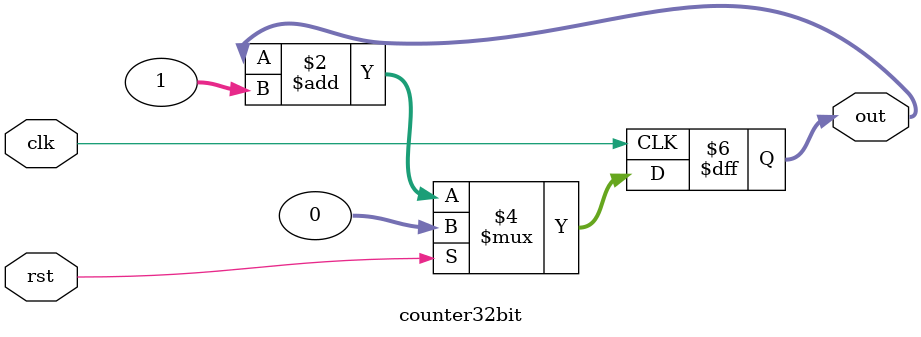
<source format=v>
/* verilator lint_off UNUSED */
/* verilator lint_off EOFNEWLINE */
/* verilator lint_off DECLFILENAME */
/* verilator lint_off BLKSEQ */
    module counter32bit(input clk,      // Declare input port for the clock to allow counter to count up  
                      input rst,              // Declare input port for the reset to allow the counter to be reset to 0 when required  
                      output reg[31:0] out);    // Declare 4-bit output port to get the counter values  

      always @ (posedge clk) begin  
        if ( rst)  
          out <= 0;  
        else  
          out <= out + 1;  
      end  
    endmodule  

</source>
